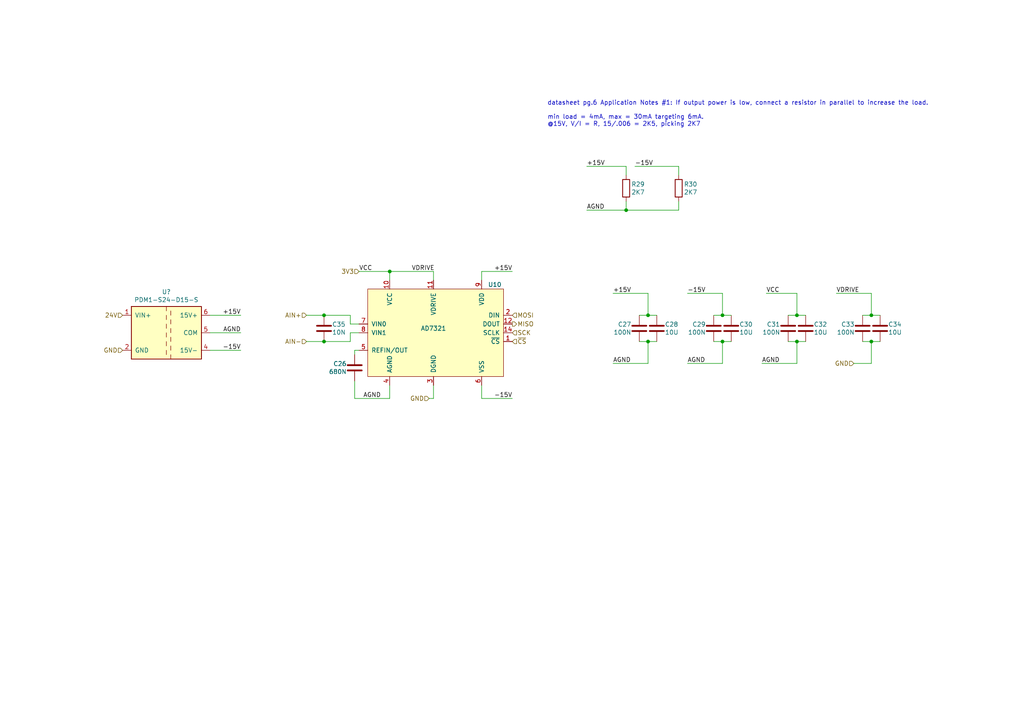
<source format=kicad_sch>
(kicad_sch (version 20250114) (generator "eeschema") (generator_version "9.0")
  (paper "A4")
  (lib_symbols
    (symbol "Device:C" (pin_numbers (hide yes)) (pin_names (offset 0.254))
      (property "Reference" "C" (at 0.635 2.54 0))
      (property "Value" "C" (at 0.635 -2.54 0))
      (symbol "C_0_1"
        (polyline (pts (xy -2.032 0.762) (xy 2.032 0.762)) (stroke (width 0.508)))
        (polyline (pts (xy -2.032 -0.762) (xy 2.032 -0.762)) (stroke (width 0.508)))
      )
      (symbol "C_1_1"
        (pin passive line (at 0 3.81 270) (length 2.794) (name "~") (number "1"))
        (pin passive line (at 0 -3.81 90) (length 2.794) (name "~") (number "2"))
      )
    )
    (symbol "Device:R" (pin_numbers (hide yes)) (pin_names (offset 0))
      (property "Reference" "R" (at 2.032 0 90))
      (property "Value" "R" (at 0 0 90))
      (symbol "R_0_1"
        (rectangle (start -1.016 -2.54) (end 1.016 2.54) (stroke (width 0.254)))
      )
      (symbol "R_1_1"
        (pin passive line (at 0 3.81 270) (length 1.27) (name "~") (number "1"))
        (pin passive line (at 0 -3.81 90) (length 1.27) (name "~") (number "2"))
      )
    )
    (symbol "william_adc:AD7321" (pin_names (offset 1.016))
      (property "Reference" "U" (at 17.78 12.7 0))
      (property "Value" "AD7321" (at 1.27 0 0))
      (symbol "AD7321_0_1"
        (rectangle (start -19.05 11.43) (end 20.32 -13.97) (fill (type background)))
      )
      (symbol "AD7321_1_1"
        (pin input line (at -21.59 1.27 0) (length 2.54) (name "VIN0") (number "7"))
        (pin input line (at -21.59 -1.27 0) (length 2.54) (name "VIN1") (number "8"))
        (pin input line (at -21.59 -6.35 0) (length 2.54) (name "REFIN/OUT") (number "5"))
        (pin power_in line (at -12.7 13.97 270) (length 2.54) (name "VCC") (number "10"))
        (pin power_in line (at -12.7 -16.51 90) (length 2.54) (name "AGND") (number "4"))
        (pin power_in line (at 0 13.97 270) (length 2.54) (name "VDRIVE") (number "11"))
        (pin passive line (at 0 -16.51 90) (length 2.54) (hide yes) (name "DGND") (number "13"))
        (pin power_in line (at 0 -16.51 90) (length 2.54) (name "DGND") (number "3"))
        (pin power_in line (at 13.97 13.97 270) (length 2.54) (name "VDD") (number "9"))
        (pin power_in line (at 13.97 -16.51 90) (length 2.54) (name "VSS") (number "6"))
        (pin input line (at 22.86 3.81 180) (length 2.54) (name "DIN") (number "2"))
        (pin output line (at 22.86 1.27 180) (length 2.54) (name "DOUT") (number "12"))
        (pin input line (at 22.86 -1.27 180) (length 2.54) (name "SCLK") (number "14"))
        (pin input line (at 22.86 -3.81 180) (length 2.54) (name "~{CS}") (number "1"))
      )
    )
    (symbol "william_dc_dc:PDM1-S24-D15-S" (pin_names (offset 1.016))
      (property "Reference" "U" (at 8.89 8.89 0))
      (property "Value" "PDM1-S24-D15-S" (at -3.81 10.16 0))
      (symbol "PDM1-S24-D15-S_1_1"
        (rectangle (start -10.16 7.62) (end 10.16 -7.62) (stroke (width 0.254)) (fill (type background)))
        (polyline (pts (xy 0 7.62) (xy 0 6.35)))
        (polyline (pts (xy 0 5.08) (xy 0 3.81)))
        (polyline (pts (xy 0 2.54) (xy 0 1.27)))
        (polyline (pts (xy 0 0) (xy 0 -1.27)))
        (polyline (pts (xy 0 -2.54) (xy 0 -3.81)))
        (polyline (pts (xy 0 -5.08) (xy 0 -6.35)))
        (polyline (pts (xy 1.27 5.08) (xy 1.27 6.35)))
        (polyline (pts (xy 1.27 2.54) (xy 1.27 3.81)))
        (polyline (pts (xy 1.27 0) (xy 1.27 1.27)))
        (polyline (pts (xy 1.27 -2.54) (xy 1.27 -1.27)))
        (polyline (pts (xy 1.27 -5.08) (xy 1.27 -3.81)))
        (polyline (pts (xy 1.27 -7.62) (xy 1.27 -6.35)))
        (pin power_in line (at -12.7 5.08 0) (length 2.54) (name "VIN+") (number "1"))
        (pin power_in line (at -12.7 -5.08 0) (length 2.54) (name "GND") (number "2"))
        (pin power_out line (at 12.7 5.08 180) (length 2.54) (name "15V+") (number "6"))
        (pin power_out line (at 12.7 0 180) (length 2.54) (name "COM") (number "5"))
        (pin power_out line (at 12.7 -5.08 180) (length 2.54) (name "15V-") (number "4"))
      )
    )
  )
  (text "datasheet pg.6 Application Notes #1: If output power is low, connect a resistor in parallel to increase the load.\n\nmin load = 4mA, max = 30mA targeting 6mA.\n@15V, V/I = R, 15/.006 = 2K5, picking 2K7" (at 158.75 36.83 0) (effects (font (size 1.27 1.27)) (justify left bottom)))
  (junction (at 187.96 91.44))
  (junction (at 252.73 99.06))
  (junction (at 231.14 99.06))
  (junction (at 252.73 91.44))
  (junction (at 93.98 99.06))
  (junction (at 231.14 91.44))
  (junction (at 209.55 91.44))
  (junction (at 209.55 99.06))
  (junction (at 93.98 91.44))
  (junction (at 187.96 99.06))
  (junction (at 181.61 60.96))
  (junction (at 113.03 78.74))
  (wire (pts (xy 252.73 85.09) (xy 242.57 85.09)))
  (wire (pts (xy 148.59 115.57) (xy 139.7 115.57)))
  (wire (pts (xy 104.14 101.6) (xy 102.87 101.6)))
  (wire (pts (xy 170.18 60.96) (xy 181.61 60.96)))
  (wire (pts (xy 88.9 99.06) (xy 93.98 99.06)))
  (wire (pts (xy 60.96 91.44) (xy 69.85 91.44)))
  (wire (pts (xy 101.6 93.98) (xy 101.6 91.44)))
  (wire (pts (xy 170.18 48.26) (xy 181.61 48.26)))
  (wire (pts (xy 228.6 99.06) (xy 231.14 99.06)))
  (wire (pts (xy 209.55 91.44) (xy 212.09 91.44)))
  (wire (pts (xy 101.6 96.52) (xy 104.14 96.52)))
  (wire (pts (xy 255.27 99.06) (xy 252.73 99.06)))
  (wire (pts (xy 181.61 48.26) (xy 181.61 50.8)))
  (wire (pts (xy 181.61 58.42) (xy 181.61 60.96)))
  (wire (pts (xy 185.42 91.44) (xy 187.96 91.44)))
  (wire (pts (xy 187.96 91.44) (xy 190.5 91.44)))
  (wire (pts (xy 113.03 115.57) (xy 113.03 111.76)))
  (wire (pts (xy 139.7 115.57) (xy 139.7 111.76)))
  (wire (pts (xy 125.73 78.74) (xy 125.73 81.28)))
  (wire (pts (xy 101.6 99.06) (xy 101.6 96.52)))
  (wire (pts (xy 113.03 81.28) (xy 113.03 78.74)))
  (wire (pts (xy 184.15 48.26) (xy 196.85 48.26)))
  (wire (pts (xy 209.55 99.06) (xy 207.01 99.06)))
  (wire (pts (xy 207.01 91.44) (xy 209.55 91.44)))
  (wire (pts (xy 60.96 101.6) (xy 69.85 101.6)))
  (wire (pts (xy 252.73 91.44) (xy 252.73 85.09)))
  (wire (pts (xy 102.87 115.57) (xy 113.03 115.57)))
  (wire (pts (xy 231.14 105.41) (xy 220.98 105.41)))
  (wire (pts (xy 177.8 85.09) (xy 187.96 85.09)))
  (wire (pts (xy 125.73 115.57) (xy 125.73 111.76)))
  (wire (pts (xy 209.55 105.41) (xy 209.55 99.06)))
  (wire (pts (xy 187.96 85.09) (xy 187.96 91.44)))
  (wire (pts (xy 187.96 105.41) (xy 177.8 105.41)))
  (wire (pts (xy 190.5 99.06) (xy 187.96 99.06)))
  (wire (pts (xy 231.14 91.44) (xy 228.6 91.44)))
  (wire (pts (xy 209.55 105.41) (xy 199.39 105.41)))
  (wire (pts (xy 102.87 110.49) (xy 102.87 115.57)))
  (wire (pts (xy 187.96 99.06) (xy 187.96 105.41)))
  (wire (pts (xy 104.14 93.98) (xy 101.6 93.98)))
  (wire (pts (xy 231.14 105.41) (xy 231.14 99.06)))
  (wire (pts (xy 196.85 48.26) (xy 196.85 50.8)))
  (wire (pts (xy 231.14 91.44) (xy 231.14 85.09)))
  (wire (pts (xy 252.73 105.41) (xy 247.65 105.41)))
  (wire (pts (xy 252.73 99.06) (xy 250.19 99.06)))
  (wire (pts (xy 233.68 91.44) (xy 231.14 91.44)))
  (wire (pts (xy 139.7 78.74) (xy 139.7 81.28)))
  (wire (pts (xy 124.46 115.57) (xy 125.73 115.57)))
  (wire (pts (xy 196.85 58.42) (xy 196.85 60.96)))
  (wire (pts (xy 209.55 91.44) (xy 209.55 85.09)))
  (wire (pts (xy 196.85 60.96) (xy 181.61 60.96)))
  (wire (pts (xy 252.73 91.44) (xy 255.27 91.44)))
  (wire (pts (xy 102.87 101.6) (xy 102.87 102.87)))
  (wire (pts (xy 104.14 78.74) (xy 113.03 78.74)))
  (wire (pts (xy 212.09 99.06) (xy 209.55 99.06)))
  (wire (pts (xy 93.98 91.44) (xy 88.9 91.44)))
  (wire (pts (xy 93.98 99.06) (xy 101.6 99.06)))
  (wire (pts (xy 250.19 91.44) (xy 252.73 91.44)))
  (wire (pts (xy 187.96 99.06) (xy 185.42 99.06)))
  (wire (pts (xy 113.03 78.74) (xy 125.73 78.74)))
  (wire (pts (xy 252.73 99.06) (xy 252.73 105.41)))
  (wire (pts (xy 69.85 96.52) (xy 60.96 96.52)))
  (wire (pts (xy 148.59 78.74) (xy 139.7 78.74)))
  (wire (pts (xy 231.14 99.06) (xy 233.68 99.06)))
  (wire (pts (xy 209.55 85.09) (xy 199.39 85.09)))
  (wire (pts (xy 231.14 85.09) (xy 222.25 85.09)))
  (wire (pts (xy 101.6 91.44) (xy 93.98 91.44)))
  (label "+15V" (at 177.8 85.09 0))
  (label "-15V" (at 199.39 85.09 0))
  (label "VDRIVE" (at 242.57 85.09 0))
  (label "VCC" (at 104.14 78.74 0))
  (label "+15V" (at 170.18 48.26 0))
  (label "+15V" (at 148.59 78.74 180))
  (label "AGND" (at 110.49 115.57 180))
  (label "-15V" (at 69.85 101.6 180))
  (label "AGND" (at 69.85 96.52 180))
  (label "AGND" (at 199.39 105.41 0))
  (label "AGND" (at 170.18 60.96 0))
  (label "VDRIVE" (at 119.38 78.74 0))
  (label "+15V" (at 69.85 91.44 180))
  (label "VCC" (at 222.25 85.09 0))
  (label "-15V" (at 148.59 115.57 180))
  (label "-15V" (at 184.15 48.26 0))
  (label "AGND" (at 220.98 105.41 0))
  (label "AGND" (at 177.8 105.41 0))
  (hierarchical_label "AIN-" (shape input) (at 88.9 99.06 180))
  (hierarchical_label "SCK" (shape input) (at 148.59 96.52 0))
  (hierarchical_label "GND" (shape input) (at 124.46 115.57 180))
  (hierarchical_label "GND" (shape input) (at 35.56 101.6 180))
  (hierarchical_label "~{CS}" (shape input) (at 148.59 99.06 0))
  (hierarchical_label "AIN+" (shape input) (at 88.9 91.44 180))
  (hierarchical_label "MOSI" (shape input) (at 148.59 91.44 0))
  (hierarchical_label "24V" (shape input) (at 35.56 91.44 180))
  (hierarchical_label "MISO" (shape output) (at 148.59 93.98 0))
  (hierarchical_label "3V3" (shape input) (at 104.14 78.74 180))
  (hierarchical_label "GND" (shape input) (at 247.65 105.41 180))
  (symbol (lib_id "Device:C") (at 93.98 95.25 0) (unit 1)
    (property "Reference" "C35" (at 96.3168 94.0816 0) (effects (justify left)))
    (property "Value" "10N" (at 96.3168 96.393 0) (effects (justify left)))
    (property "Footprint" "Capacitor_SMD:C_0603_1608Metric" (effects (hide yes)))
  )
  (symbol (lib_id "william_adc:AD7321") (at 125.73 95.25 0) (unit 1)
    (property "Reference" "U10" (at 143.51 82.55 0))
    (property "Value" "AD7321" (at 125.73 95.25 0))
    (property "Footprint" "Package_SO:TSSOP-14_4.4x5mm_P0.65mm" (effects (hide yes)))
    (property "Datasheet" "https://www.analog.com/media/en/technical-documentation/data-sheets/AD7321.pdf" (effects (hide yes)))
  )
  (symbol (lib_id "Device:C") (at 102.87 106.68 0) (mirror x) (unit 1)
    (property "Reference" "C26" (at 100.5586 105.5116 0) (effects (justify right)))
    (property "Value" "680N" (at 100.5586 107.823 0) (effects (justify right)))
    (property "Footprint" "Capacitor_SMD:C_0603_1608Metric" (effects (hide yes)))
  )
  (symbol (lib_id "Device:C") (at 185.42 95.25 0) (mirror x) (unit 1)
    (property "Reference" "C27" (at 183.1086 94.0816 0) (effects (justify right)))
    (property "Value" "100N" (at 183.1086 96.393 0) (effects (justify right)))
    (property "Footprint" "Capacitor_SMD:C_0603_1608Metric" (effects (hide yes)))
  )
  (symbol (lib_id "Device:C") (at 190.5 95.25 180) (unit 1)
    (property "Reference" "C28" (at 192.8368 94.0816 0) (effects (justify right)))
    (property "Value" "10U" (at 192.8368 96.393 0) (effects (justify right)))
    (property "Footprint" "Capacitor_SMD:C_0805_2012Metric" (effects (hide yes)))
  )
  (symbol (lib_id "Device:C") (at 207.01 95.25 0) (mirror x) (unit 1)
    (property "Reference" "C29" (at 204.6986 94.0816 0) (effects (justify right)))
    (property "Value" "100N" (at 204.6986 96.393 0) (effects (justify right)))
    (property "Footprint" "Capacitor_SMD:C_0603_1608Metric" (effects (hide yes)))
  )
  (symbol (lib_id "Device:C") (at 212.09 95.25 180) (unit 1)
    (property "Reference" "C30" (at 214.4268 94.0816 0) (effects (justify right)))
    (property "Value" "10U" (at 214.4268 96.393 0) (effects (justify right)))
    (property "Footprint" "Capacitor_SMD:C_0805_2012Metric" (effects (hide yes)))
  )
  (symbol (lib_id "Device:C") (at 228.6 95.25 0) (mirror x) (unit 1)
    (property "Reference" "C31" (at 226.2886 94.0816 0) (effects (justify right)))
    (property "Value" "100N" (at 226.2886 96.393 0) (effects (justify right)))
    (property "Footprint" "Capacitor_SMD:C_0603_1608Metric" (effects (hide yes)))
  )
  (symbol (lib_id "Device:C") (at 233.68 95.25 180) (unit 1)
    (property "Reference" "C32" (at 236.0168 94.0816 0) (effects (justify right)))
    (property "Value" "10U" (at 236.0168 96.393 0) (effects (justify right)))
    (property "Footprint" "Capacitor_SMD:C_0805_2012Metric" (effects (hide yes)))
  )
  (symbol (lib_id "Device:C") (at 250.19 95.25 0) (mirror x) (unit 1)
    (property "Reference" "C33" (at 247.8786 94.0816 0) (effects (justify right)))
    (property "Value" "100N" (at 247.8786 96.393 0) (effects (justify right)))
    (property "Footprint" "Capacitor_SMD:C_0603_1608Metric" (effects (hide yes)))
  )
  (symbol (lib_id "Device:C") (at 255.27 95.25 180) (unit 1)
    (property "Reference" "C34" (at 257.6068 94.0816 0) (effects (justify right)))
    (property "Value" "10U" (at 257.6068 96.393 0) (effects (justify right)))
    (property "Footprint" "Capacitor_SMD:C_0805_2012Metric" (effects (hide yes)))
  )
  (symbol (lib_id "william_dc_dc:PDM1-S24-D15-S") (at 48.26 96.52 0) (unit 1)
    (property "Reference" "U?" (at 48.26 84.6582 0))
    (property "Value" "PDM1-S24-D15-S" (at 48.26 86.9696 0))
    (property "Footprint" "william_dc_dc:PDM1-XXX-DXX-S" (effects (hide yes)))
    (property "Datasheet" "https://www.cui.com/product/resource/digikeypdf/pdm1-s.pdf" (effects (hide yes)))
  )
  (symbol (lib_id "Device:R") (at 181.61 54.61 0) (unit 1)
    (property "Reference" "R29" (at 183.1086 53.4416 0) (effects (justify left)))
    (property "Value" "2K7" (at 183.1086 55.753 0) (effects (justify left)))
    (property "Footprint" "Resistor_SMD:R_0603_1608Metric" (effects (hide yes)))
  )
  (symbol (lib_id "Device:R") (at 196.85 54.61 0) (unit 1)
    (property "Reference" "R30" (at 198.3486 53.4416 0) (effects (justify left)))
    (property "Value" "2K7" (at 198.3486 55.753 0) (effects (justify left)))
    (property "Footprint" "Resistor_SMD:R_0603_1608Metric" (effects (hide yes)))
  )
)
</source>
